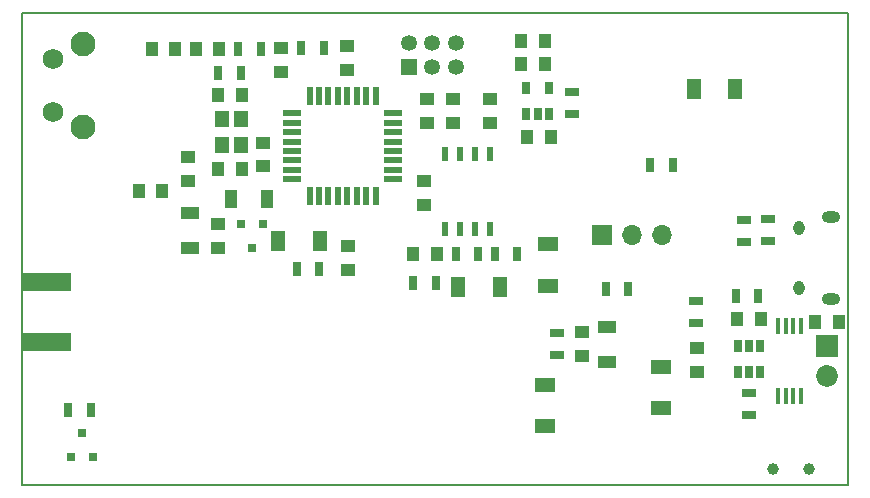
<source format=gbr>
G04 #@! TF.FileFunction,Soldermask,Bot*
%FSLAX46Y46*%
G04 Gerber Fmt 4.6, Leading zero omitted, Abs format (unit mm)*
G04 Created by KiCad (PCBNEW 4.0.5-e0-6337~49~ubuntu14.04.1) date Mon Feb 13 19:11:43 2017*
%MOMM*%
%LPD*%
G01*
G04 APERTURE LIST*
%ADD10C,0.150000*%
%ADD11R,1.600000X1.000000*%
%ADD12R,1.250000X1.000000*%
%ADD13R,1.000000X1.250000*%
%ADD14R,1.000000X1.600000*%
%ADD15C,1.000000*%
%ADD16R,1.350000X1.350000*%
%ADD17C,1.350000*%
%ADD18R,1.850000X1.850000*%
%ADD19C,1.850000*%
%ADD20O,0.950000X1.250000*%
%ADD21O,1.550000X1.000000*%
%ADD22R,0.700000X1.300000*%
%ADD23R,1.300000X0.700000*%
%ADD24R,0.800100X0.800100*%
%ADD25R,0.650000X1.060000*%
%ADD26R,1.600000X0.550000*%
%ADD27R,0.550000X1.600000*%
%ADD28R,0.450000X1.450000*%
%ADD29R,1.200000X1.400000*%
%ADD30R,1.300480X1.699260*%
%ADD31R,0.508000X1.143000*%
%ADD32R,1.699260X1.300480*%
%ADD33C,2.100000*%
%ADD34C,1.750000*%
%ADD35R,1.700000X1.700000*%
%ADD36O,1.700000X1.700000*%
%ADD37R,4.064000X1.524000*%
G04 APERTURE END LIST*
D10*
X113080800Y-121716800D02*
X183057800Y-121716800D01*
X183057800Y-81711800D02*
X183057800Y-121711800D01*
X113080800Y-81711800D02*
X113080800Y-121711800D01*
X113080800Y-81711800D02*
X183080800Y-81711800D01*
D11*
X127304800Y-101626800D03*
X127304800Y-98626800D03*
D12*
X147370800Y-91030300D03*
X147370800Y-89030300D03*
D13*
X148243800Y-102158800D03*
X146243800Y-102158800D03*
D12*
X149593300Y-89030300D03*
X149593300Y-91030300D03*
X135051800Y-84712300D03*
X135051800Y-86712300D03*
D13*
X129733800Y-94919800D03*
X131733800Y-94919800D03*
X131733800Y-88696800D03*
X129733800Y-88696800D03*
X129828800Y-84823300D03*
X127828800Y-84823300D03*
X157387800Y-86029800D03*
X155387800Y-86029800D03*
D12*
X129717800Y-101634800D03*
X129717800Y-99634800D03*
D13*
X157895800Y-92252800D03*
X155895800Y-92252800D03*
X180279800Y-107873800D03*
X182279800Y-107873800D03*
X173675800Y-107619800D03*
X175675800Y-107619800D03*
D12*
X133527800Y-94713300D03*
X133527800Y-92713300D03*
D13*
X157387800Y-84124800D03*
X155387800Y-84124800D03*
D14*
X133821300Y-97459800D03*
X130821300Y-97459800D03*
D13*
X125002800Y-96824800D03*
X123002800Y-96824800D03*
D12*
X127177800Y-95919800D03*
X127177800Y-93919800D03*
X140639800Y-86521800D03*
X140639800Y-84521800D03*
D13*
X126082300Y-84823300D03*
X124082300Y-84823300D03*
D12*
X140703300Y-101476300D03*
X140703300Y-103476300D03*
D15*
X176731800Y-120383300D03*
X179731800Y-120383300D03*
D16*
X145846800Y-86283800D03*
D17*
X147846800Y-86283800D03*
X149846800Y-86283800D03*
X145846800Y-84283800D03*
X147846800Y-84283800D03*
X149846800Y-84283800D03*
D18*
X181279800Y-109969300D03*
D19*
X181279800Y-112469300D03*
D20*
X178891760Y-104977200D03*
X178891760Y-99977200D03*
D21*
X181591760Y-105977200D03*
X181591760Y-98977200D03*
D22*
X138668800Y-84696300D03*
X136768800Y-84696300D03*
X131434800Y-84823300D03*
X133334800Y-84823300D03*
X129733000Y-86779100D03*
X131633000Y-86779100D03*
X153151800Y-102158800D03*
X155051800Y-102158800D03*
X166309000Y-94589600D03*
X168209000Y-94589600D03*
X173535300Y-105714800D03*
X175435300Y-105714800D03*
D23*
X174675800Y-113908800D03*
X174675800Y-115808800D03*
X159689800Y-88381800D03*
X159689800Y-90281800D03*
X176301400Y-99176800D03*
X176301400Y-101076800D03*
X174218600Y-101127600D03*
X174218600Y-99227600D03*
D24*
X131625300Y-99634040D03*
X133525300Y-99634040D03*
X132575300Y-101633020D03*
D25*
X157718800Y-90304800D03*
X156768800Y-90304800D03*
X155818800Y-90304800D03*
X155818800Y-88104800D03*
X157718800Y-88104800D03*
D26*
X136008800Y-95814800D03*
X136008800Y-95014800D03*
X136008800Y-94214800D03*
X136008800Y-93414800D03*
X136008800Y-92614800D03*
X136008800Y-91814800D03*
X136008800Y-91014800D03*
X136008800Y-90214800D03*
D27*
X137458800Y-88764800D03*
X138258800Y-88764800D03*
X139058800Y-88764800D03*
X139858800Y-88764800D03*
X140658800Y-88764800D03*
X141458800Y-88764800D03*
X142258800Y-88764800D03*
X143058800Y-88764800D03*
D26*
X144508800Y-90214800D03*
X144508800Y-91014800D03*
X144508800Y-91814800D03*
X144508800Y-92614800D03*
X144508800Y-93414800D03*
X144508800Y-94214800D03*
X144508800Y-95014800D03*
X144508800Y-95814800D03*
D27*
X143058800Y-97264800D03*
X142258800Y-97264800D03*
X141458800Y-97264800D03*
X140658800Y-97264800D03*
X139858800Y-97264800D03*
X139058800Y-97264800D03*
X138258800Y-97264800D03*
X137458800Y-97264800D03*
D25*
X175625800Y-112148800D03*
X174675800Y-112148800D03*
X173725800Y-112148800D03*
X173725800Y-109948800D03*
X175625800Y-109948800D03*
X174675800Y-109948800D03*
D28*
X179079800Y-114125800D03*
X178429800Y-114125800D03*
X177779800Y-114125800D03*
X177129800Y-114125800D03*
X177129800Y-108225800D03*
X177779800Y-108225800D03*
X178429800Y-108225800D03*
X179079800Y-108225800D03*
D29*
X131660800Y-90708300D03*
X131660800Y-92908300D03*
X130060800Y-90708300D03*
X130060800Y-92908300D03*
D30*
X173504860Y-88188800D03*
X170004740Y-88188800D03*
X134825740Y-101079300D03*
X138325860Y-101079300D03*
D22*
X136387800Y-103428800D03*
X138287800Y-103428800D03*
D12*
X152768300Y-91030300D03*
X152768300Y-89030300D03*
X147116800Y-95951800D03*
X147116800Y-97951800D03*
D22*
X149849800Y-102158800D03*
X151749800Y-102158800D03*
D31*
X152768300Y-93649800D03*
X151498300Y-93649800D03*
X150228300Y-93649800D03*
X148958300Y-93649800D03*
X148958300Y-99999800D03*
X150228300Y-99999800D03*
X151498300Y-99999800D03*
X152768300Y-99999800D03*
D12*
X170256200Y-110099600D03*
X170256200Y-112099600D03*
X160502600Y-110778800D03*
X160502600Y-108778800D03*
D11*
X162636200Y-108278800D03*
X162636200Y-111278800D03*
D32*
X167182800Y-115211860D03*
X167182800Y-111711740D03*
D30*
X153565860Y-104952800D03*
X150065740Y-104952800D03*
D32*
X157657800Y-104823260D03*
X157657800Y-101323140D03*
D24*
X119136200Y-119313960D03*
X117236200Y-119313960D03*
X118186200Y-117314980D03*
D22*
X162549800Y-105079800D03*
X164449800Y-105079800D03*
X118933000Y-115316000D03*
X117033000Y-115316000D03*
D23*
X158419800Y-110728800D03*
X158419800Y-108828800D03*
D22*
X146243000Y-104597200D03*
X148143000Y-104597200D03*
D33*
X118237800Y-84333800D03*
D34*
X115747800Y-85593800D03*
X115747800Y-90093800D03*
D33*
X118237800Y-91343800D03*
D23*
X170154600Y-106085600D03*
X170154600Y-107985600D03*
D32*
X157403800Y-113210340D03*
X157403800Y-116710460D03*
D35*
X162179000Y-100533200D03*
D36*
X164719000Y-100533200D03*
X167259000Y-100533200D03*
D37*
X115214400Y-104482900D03*
X115214400Y-109562900D03*
M02*

</source>
